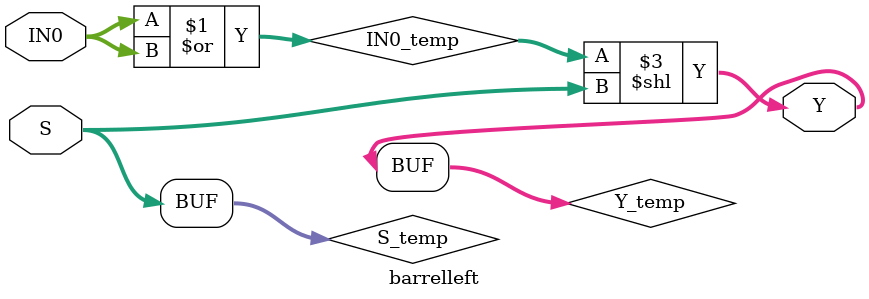
<source format=v>
module barrelleft(IN0,S,Y);
  parameter N = 8;
  parameter M = 3;
  parameter DPFLAG = 1;
  parameter GROUP = "dpath1";
  parameter
        d_IN0 = 0,
        d_S = 0,
        d_Y = 1;
  input [(N - 1):0] IN0;
  input [(M - 1):0] S;
  output [(N - 1):0] Y;
  wire [(N - 1):0] IN0_temp;
  wire [(M - 1):0] S_temp;
  reg [(N - 1):0] Y_temp;
  integer i;
  assign #(d_IN0) IN0_temp = IN0|IN0;
  assign #(d_S) S_temp = S;
  assign #(d_Y) Y = Y_temp;
  always
    @(IN0_temp or S_temp)
      begin
      Y_temp = (IN0_temp << S_temp);
      end
endmodule

</source>
